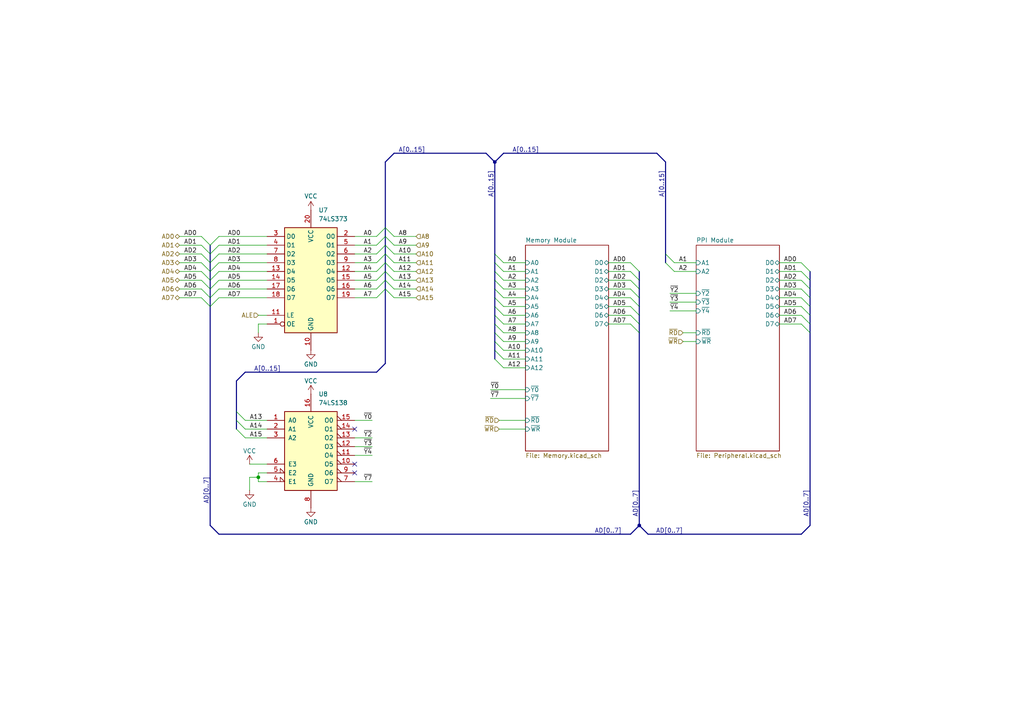
<source format=kicad_sch>
(kicad_sch (version 20231120) (generator "eeschema") (generator_version "8.0")
  (paper "A4")
  (lib_symbols
    (symbol "74xx:74LS138" (pin_names (offset 1.016))
      (property "Reference" "U" (at -7.62 11.43 0))
      (property "Value" "74LS138" (at -7.62 -13.97 0))
      (symbol "74LS138_1_0"
        (pin input line (at -12.7 7.62 0) (length 5.08) (name "A0") (number "1"))
        (pin output output_low (at 12.7 -5.08 180) (length 5.08) (name "O5") (number "10"))
        (pin output output_low (at 12.7 -2.54 180) (length 5.08) (name "O4") (number "11"))
        (pin output output_low (at 12.7 0 180) (length 5.08) (name "O3") (number "12"))
        (pin output output_low (at 12.7 2.54 180) (length 5.08) (name "O2") (number "13"))
        (pin output output_low (at 12.7 5.08 180) (length 5.08) (name "O1") (number "14"))
        (pin output output_low (at 12.7 7.62 180) (length 5.08) (name "O0") (number "15"))
        (pin power_in line (at 0 15.24 270) (length 5.08) (name "VCC") (number "16"))
        (pin input line (at -12.7 5.08 0) (length 5.08) (name "A1") (number "2"))
        (pin input line (at -12.7 2.54 0) (length 5.08) (name "A2") (number "3"))
        (pin input input_low (at -12.7 -10.16 0) (length 5.08) (name "E1") (number "4"))
        (pin input input_low (at -12.7 -7.62 0) (length 5.08) (name "E2") (number "5"))
        (pin input line (at -12.7 -5.08 0) (length 5.08) (name "E3") (number "6"))
        (pin output output_low (at 12.7 -10.16 180) (length 5.08) (name "O7") (number "7"))
        (pin power_in line (at 0 -17.78 90) (length 5.08) (name "GND") (number "8"))
        (pin output output_low (at 12.7 -7.62 180) (length 5.08) (name "O6") (number "9"))
      )
      (symbol "74LS138_1_1"
        (rectangle (start -7.62 10.16) (end 7.62 -12.7) (stroke (width 0.254)) (fill (type background)))
      )
    )
    (symbol "74xx:74LS373"
      (property "Reference" "U" (at -7.62 16.51 0))
      (property "Value" "74LS373" (at -7.62 -16.51 0))
      (symbol "74LS373_1_0"
        (pin input inverted (at -12.7 -12.7 0) (length 5.08) (name "OE") (number "1"))
        (pin power_in line (at 0 -20.32 90) (length 5.08) (name "GND") (number "10"))
        (pin input line (at -12.7 -10.16 0) (length 5.08) (name "LE") (number "11"))
        (pin tri_state line (at 12.7 2.54 180) (length 5.08) (name "O4") (number "12"))
        (pin input line (at -12.7 2.54 0) (length 5.08) (name "D4") (number "13"))
        (pin input line (at -12.7 0 0) (length 5.08) (name "D5") (number "14"))
        (pin tri_state line (at 12.7 0 180) (length 5.08) (name "O5") (number "15"))
        (pin tri_state line (at 12.7 -2.54 180) (length 5.08) (name "O6") (number "16"))
        (pin input line (at -12.7 -2.54 0) (length 5.08) (name "D6") (number "17"))
        (pin input line (at -12.7 -5.08 0) (length 5.08) (name "D7") (number "18"))
        (pin tri_state line (at 12.7 -5.08 180) (length 5.08) (name "O7") (number "19"))
        (pin tri_state line (at 12.7 12.7 180) (length 5.08) (name "O0") (number "2"))
        (pin power_in line (at 0 20.32 270) (length 5.08) (name "VCC") (number "20"))
        (pin input line (at -12.7 12.7 0) (length 5.08) (name "D0") (number "3"))
        (pin input line (at -12.7 10.16 0) (length 5.08) (name "D1") (number "4"))
        (pin tri_state line (at 12.7 10.16 180) (length 5.08) (name "O1") (number "5"))
        (pin tri_state line (at 12.7 7.62 180) (length 5.08) (name "O2") (number "6"))
        (pin input line (at -12.7 7.62 0) (length 5.08) (name "D2") (number "7"))
        (pin input line (at -12.7 5.08 0) (length 5.08) (name "D3") (number "8"))
        (pin tri_state line (at 12.7 5.08 180) (length 5.08) (name "O3") (number "9"))
      )
      (symbol "74LS373_1_1"
        (rectangle (start -7.62 15.24) (end 7.62 -15.24) (stroke (width 0.254)) (fill (type background)))
      )
    )
    (symbol "power:GND" (power) (pin_numbers hide) (pin_names (offset 0) hide)
      (property "Value" "GND" (at 0 -3.81 0))
      (symbol "GND_0_1"
        (polyline (pts (xy 0 0) (xy 0 -1.27) (xy 1.27 -1.27) (xy 0 -2.54) (xy -1.27 -1.27) (xy 0 -1.27)))
      )
      (symbol "GND_1_1"
        (pin power_in line (at 0 0 270) (length 0) (name "~") (number "1"))
      )
    )
    (symbol "power:VCC" (power) (pin_numbers hide) (pin_names (offset 0) hide)
      (property "Value" "VCC" (at 0 3.556 0))
      (symbol "VCC_0_1"
        (polyline (pts (xy -0.762 1.27) (xy 0 2.54)))
        (polyline (pts (xy 0 0) (xy 0 2.54)))
        (polyline (pts (xy 0 2.54) (xy 0.762 1.27)))
      )
      (symbol "VCC_1_1"
        (pin power_in line (at 0 0 90) (length 0) (name "~") (number "1"))
      )
    )
  )
  (junction (at 185.42 152.4))
  (junction (at 74.93 138.43))
  (junction (at 143.51 46.99))
  (no_connect (at 102.87 134.62))
  (no_connect (at 102.87 124.46))
  (no_connect (at 102.87 137.16))
  (bus_entry (at 146.05 81.28) (size -2.54 -2.54))
  (bus_entry (at 146.05 86.36) (size -2.54 -2.54))
  (bus_entry (at 195.58 76.2) (size -2.54 -2.54))
  (bus_entry (at 58.42 81.28) (size 2.54 2.54))
  (bus_entry (at 63.5 83.82) (size -2.54 2.54))
  (bus_entry (at 146.05 93.98) (size -2.54 -2.54))
  (bus_entry (at 58.42 78.74) (size 2.54 2.54))
  (bus_entry (at 232.41 78.74) (size 2.54 2.54))
  (bus_entry (at 63.5 78.74) (size -2.54 2.54))
  (bus_entry (at 146.05 99.06) (size -2.54 -2.54))
  (bus_entry (at 63.5 71.12) (size -2.54 2.54))
  (bus_entry (at 146.05 104.14) (size -2.54 -2.54))
  (bus_entry (at 71.12 127) (size -2.54 -2.54))
  (bus_entry (at 146.05 83.82) (size -2.54 -2.54))
  (bus_entry (at 109.22 76.2) (size 2.54 -2.54))
  (bus_entry (at 182.88 88.9) (size 2.54 2.54))
  (bus_entry (at 71.12 121.92) (size -2.54 -2.54))
  (bus_entry (at 195.58 78.74) (size -2.54 -2.54))
  (bus_entry (at 232.41 83.82) (size 2.54 2.54))
  (bus_entry (at 63.5 68.58) (size -2.54 2.54))
  (bus_entry (at 109.22 83.82) (size 2.54 -2.54))
  (bus_entry (at 114.3 83.82) (size -2.54 -2.54))
  (bus_entry (at 182.88 86.36) (size 2.54 2.54))
  (bus_entry (at 114.3 73.66) (size -2.54 -2.54))
  (bus_entry (at 114.3 71.12) (size -2.54 -2.54))
  (bus_entry (at 182.88 81.28) (size 2.54 2.54))
  (bus_entry (at 182.88 83.82) (size 2.54 2.54))
  (bus_entry (at 58.42 76.2) (size 2.54 2.54))
  (bus_entry (at 146.05 76.2) (size -2.54 -2.54))
  (bus_entry (at 114.3 78.74) (size -2.54 -2.54))
  (bus_entry (at 182.88 93.98) (size 2.54 2.54))
  (bus_entry (at 109.22 81.28) (size 2.54 -2.54))
  (bus_entry (at 109.22 73.66) (size 2.54 -2.54))
  (bus_entry (at 232.41 76.2) (size 2.54 2.54))
  (bus_entry (at 182.88 78.74) (size 2.54 2.54))
  (bus_entry (at 114.3 68.58) (size -2.54 -2.54))
  (bus_entry (at 114.3 86.36) (size -2.54 -2.54))
  (bus_entry (at 146.05 78.74) (size -2.54 -2.54))
  (bus_entry (at 109.22 71.12) (size 2.54 -2.54))
  (bus_entry (at 63.5 86.36) (size -2.54 2.54))
  (bus_entry (at 232.41 91.44) (size 2.54 2.54))
  (bus_entry (at 114.3 81.28) (size -2.54 -2.54))
  (bus_entry (at 109.22 68.58) (size 2.54 -2.54))
  (bus_entry (at 58.42 68.58) (size 2.54 2.54))
  (bus_entry (at 58.42 83.82) (size 2.54 2.54))
  (bus_entry (at 114.3 76.2) (size -2.54 -2.54))
  (bus_entry (at 146.05 96.52) (size -2.54 -2.54))
  (bus_entry (at 58.42 86.36) (size 2.54 2.54))
  (bus_entry (at 109.22 86.36) (size 2.54 -2.54))
  (bus_entry (at 182.88 91.44) (size 2.54 2.54))
  (bus_entry (at 63.5 76.2) (size -2.54 2.54))
  (bus_entry (at 182.88 76.2) (size 2.54 2.54))
  (bus_entry (at 58.42 73.66) (size 2.54 2.54))
  (bus_entry (at 63.5 81.28) (size -2.54 2.54))
  (bus_entry (at 232.41 93.98) (size 2.54 2.54))
  (bus_entry (at 58.42 71.12) (size 2.54 2.54))
  (bus_entry (at 146.05 88.9) (size -2.54 -2.54))
  (bus_entry (at 232.41 81.28) (size 2.54 2.54))
  (bus_entry (at 146.05 91.44) (size -2.54 -2.54))
  (bus_entry (at 146.05 106.68) (size -2.54 -2.54))
  (bus_entry (at 109.22 78.74) (size 2.54 -2.54))
  (bus_entry (at 232.41 88.9) (size 2.54 2.54))
  (bus_entry (at 146.05 101.6) (size -2.54 -2.54))
  (bus_entry (at 63.5 73.66) (size -2.54 2.54))
  (bus_entry (at 232.41 86.36) (size 2.54 2.54))
  (bus_entry (at 71.12 124.46) (size -2.54 -2.54))
  (wire (pts (xy 52.07 81.28) (xy 58.42 81.28)))
  (bus (pts (xy 143.51 93.98) (xy 143.51 91.44)))
  (wire (pts (xy 176.53 81.28) (xy 182.88 81.28)))
  (wire (pts (xy 146.05 81.28) (xy 152.4 81.28)))
  (wire (pts (xy 63.5 71.12) (xy 77.47 71.12)))
  (bus (pts (xy 68.58 110.49) (xy 68.58 119.38)))
  (bus (pts (xy 143.51 91.44) (xy 143.51 88.9)))
  (bus (pts (xy 190.5 44.45) (xy 193.04 46.99)))
  (bus (pts (xy 60.96 71.12) (xy 60.96 73.66)))
  (wire (pts (xy 195.58 76.2) (xy 201.93 76.2)))
  (wire (pts (xy 74.93 93.98) (xy 74.93 96.52)))
  (wire (pts (xy 176.53 91.44) (xy 182.88 91.44)))
  (bus (pts (xy 143.51 104.14) (xy 143.51 101.6)))
  (wire (pts (xy 146.05 76.2) (xy 152.4 76.2)))
  (bus (pts (xy 143.51 99.06) (xy 143.51 96.52)))
  (wire (pts (xy 72.39 134.62) (xy 77.47 134.62)))
  (bus (pts (xy 234.95 81.28) (xy 234.95 83.82)))
  (bus (pts (xy 234.95 88.9) (xy 234.95 91.44)))
  (bus (pts (xy 60.96 83.82) (xy 60.96 86.36)))
  (wire (pts (xy 114.3 68.58) (xy 120.65 68.58)))
  (wire (pts (xy 102.87 121.92) (xy 107.95 121.92)))
  (wire (pts (xy 63.5 78.74) (xy 77.47 78.74)))
  (bus (pts (xy 68.58 119.38) (xy 68.58 121.92)))
  (bus (pts (xy 143.51 86.36) (xy 143.51 83.82)))
  (wire (pts (xy 52.07 68.58) (xy 58.42 68.58)))
  (wire (pts (xy 102.87 83.82) (xy 109.22 83.82)))
  (wire (pts (xy 194.31 85.09) (xy 201.93 85.09)))
  (wire (pts (xy 146.05 83.82) (xy 152.4 83.82)))
  (wire (pts (xy 74.93 137.16) (xy 74.93 138.43)))
  (bus (pts (xy 60.96 73.66) (xy 60.96 76.2)))
  (bus (pts (xy 68.58 121.92) (xy 68.58 124.46)))
  (wire (pts (xy 176.53 78.74) (xy 182.88 78.74)))
  (bus (pts (xy 185.42 91.44) (xy 185.42 93.98)))
  (bus (pts (xy 111.76 71.12) (xy 111.76 73.66)))
  (bus (pts (xy 193.04 46.99) (xy 193.04 73.66)))
  (wire (pts (xy 71.12 124.46) (xy 77.47 124.46)))
  (bus (pts (xy 185.42 86.36) (xy 185.42 88.9)))
  (wire (pts (xy 72.39 138.43) (xy 74.93 138.43)))
  (bus (pts (xy 60.96 86.36) (xy 60.96 88.9)))
  (bus (pts (xy 234.95 91.44) (xy 234.95 93.98)))
  (bus (pts (xy 143.51 88.9) (xy 143.51 86.36)))
  (wire (pts (xy 176.53 83.82) (xy 182.88 83.82)))
  (bus (pts (xy 234.95 86.36) (xy 234.95 88.9)))
  (bus (pts (xy 111.76 76.2) (xy 111.76 78.74)))
  (wire (pts (xy 142.24 115.57) (xy 152.4 115.57)))
  (wire (pts (xy 146.05 93.98) (xy 152.4 93.98)))
  (wire (pts (xy 146.05 78.74) (xy 152.4 78.74)))
  (wire (pts (xy 226.06 88.9) (xy 232.41 88.9)))
  (bus (pts (xy 111.76 73.66) (xy 111.76 76.2)))
  (wire (pts (xy 74.93 93.98) (xy 77.47 93.98)))
  (wire (pts (xy 176.53 86.36) (xy 182.88 86.36)))
  (bus (pts (xy 234.95 93.98) (xy 234.95 96.52)))
  (wire (pts (xy 52.07 73.66) (xy 58.42 73.66)))
  (bus (pts (xy 143.51 76.2) (xy 143.51 73.66)))
  (bus (pts (xy 185.42 93.98) (xy 185.42 96.52)))
  (bus (pts (xy 143.51 76.2) (xy 143.51 78.74)))
  (wire (pts (xy 102.87 86.36) (xy 109.22 86.36)))
  (wire (pts (xy 114.3 78.74) (xy 120.65 78.74)))
  (wire (pts (xy 52.07 76.2) (xy 58.42 76.2)))
  (wire (pts (xy 102.87 78.74) (xy 109.22 78.74)))
  (wire (pts (xy 52.07 83.82) (xy 58.42 83.82)))
  (bus (pts (xy 143.51 96.52) (xy 143.51 93.98)))
  (bus (pts (xy 111.76 83.82) (xy 111.76 105.41)))
  (wire (pts (xy 226.06 78.74) (xy 232.41 78.74)))
  (wire (pts (xy 114.3 86.36) (xy 120.65 86.36)))
  (wire (pts (xy 198.12 96.52) (xy 201.93 96.52)))
  (bus (pts (xy 71.12 107.95) (xy 68.58 110.49)))
  (bus (pts (xy 111.76 68.58) (xy 111.76 71.12)))
  (wire (pts (xy 142.24 113.03) (xy 152.4 113.03)))
  (wire (pts (xy 71.12 121.92) (xy 77.47 121.92)))
  (wire (pts (xy 226.06 93.98) (xy 232.41 93.98)))
  (wire (pts (xy 114.3 76.2) (xy 120.65 76.2)))
  (wire (pts (xy 102.87 76.2) (xy 109.22 76.2)))
  (bus (pts (xy 63.5 154.94) (xy 60.96 152.4)))
  (wire (pts (xy 144.78 124.46) (xy 152.4 124.46)))
  (wire (pts (xy 52.07 86.36) (xy 58.42 86.36)))
  (bus (pts (xy 185.42 78.74) (xy 185.42 81.28)))
  (bus (pts (xy 140.97 44.45) (xy 143.51 46.99)))
  (wire (pts (xy 63.5 73.66) (xy 77.47 73.66)))
  (wire (pts (xy 102.87 127) (xy 107.95 127)))
  (wire (pts (xy 74.93 138.43) (xy 74.93 139.7)))
  (bus (pts (xy 111.76 66.04) (xy 111.76 68.58)))
  (bus (pts (xy 111.76 46.99) (xy 111.76 66.04)))
  (bus (pts (xy 109.22 107.95) (xy 71.12 107.95)))
  (wire (pts (xy 102.87 132.08) (xy 107.95 132.08)))
  (wire (pts (xy 114.3 73.66) (xy 120.65 73.66)))
  (bus (pts (xy 185.42 83.82) (xy 185.42 86.36)))
  (bus (pts (xy 143.51 46.99) (xy 146.05 44.45)))
  (wire (pts (xy 146.05 99.06) (xy 152.4 99.06)))
  (wire (pts (xy 102.87 73.66) (xy 109.22 73.66)))
  (bus (pts (xy 143.51 83.82) (xy 143.51 81.28)))
  (wire (pts (xy 146.05 86.36) (xy 152.4 86.36)))
  (wire (pts (xy 114.3 71.12) (xy 120.65 71.12)))
  (bus (pts (xy 185.42 81.28) (xy 185.42 83.82)))
  (bus (pts (xy 146.05 44.45) (xy 190.5 44.45)))
  (bus (pts (xy 143.51 46.99) (xy 143.51 73.66)))
  (wire (pts (xy 63.5 81.28) (xy 77.47 81.28)))
  (wire (pts (xy 72.39 138.43) (xy 72.39 142.24)))
  (wire (pts (xy 74.93 137.16) (xy 77.47 137.16)))
  (wire (pts (xy 74.93 139.7) (xy 77.47 139.7)))
  (wire (pts (xy 195.58 78.74) (xy 201.93 78.74)))
  (wire (pts (xy 144.78 121.92) (xy 152.4 121.92)))
  (wire (pts (xy 146.05 88.9) (xy 152.4 88.9)))
  (bus (pts (xy 185.42 152.4) (xy 187.96 154.94)))
  (bus (pts (xy 234.95 96.52) (xy 234.95 152.4)))
  (wire (pts (xy 146.05 106.68) (xy 152.4 106.68)))
  (wire (pts (xy 226.06 81.28) (xy 232.41 81.28)))
  (wire (pts (xy 102.87 129.54) (xy 107.95 129.54)))
  (bus (pts (xy 111.76 81.28) (xy 111.76 83.82)))
  (bus (pts (xy 234.95 83.82) (xy 234.95 86.36)))
  (wire (pts (xy 146.05 96.52) (xy 152.4 96.52)))
  (wire (pts (xy 52.07 71.12) (xy 58.42 71.12)))
  (wire (pts (xy 176.53 76.2) (xy 182.88 76.2)))
  (bus (pts (xy 185.42 88.9) (xy 185.42 91.44)))
  (bus (pts (xy 60.96 76.2) (xy 60.96 78.74)))
  (wire (pts (xy 146.05 104.14) (xy 152.4 104.14)))
  (wire (pts (xy 226.06 76.2) (xy 232.41 76.2)))
  (bus (pts (xy 60.96 81.28) (xy 60.96 83.82)))
  (wire (pts (xy 71.12 127) (xy 77.47 127)))
  (wire (pts (xy 102.87 139.7) (xy 107.95 139.7)))
  (bus (pts (xy 185.42 152.4) (xy 182.88 154.94)))
  (bus (pts (xy 143.51 81.28) (xy 143.51 78.74)))
  (wire (pts (xy 63.5 83.82) (xy 77.47 83.82)))
  (bus (pts (xy 185.42 96.52) (xy 185.42 152.4)))
  (bus (pts (xy 232.41 154.94) (xy 234.95 152.4)))
  (wire (pts (xy 102.87 81.28) (xy 109.22 81.28)))
  (wire (pts (xy 226.06 91.44) (xy 232.41 91.44)))
  (bus (pts (xy 111.76 105.41) (xy 109.22 107.95)))
  (wire (pts (xy 114.3 83.82) (xy 120.65 83.82)))
  (wire (pts (xy 102.87 71.12) (xy 109.22 71.12)))
  (wire (pts (xy 63.5 86.36) (xy 77.47 86.36)))
  (bus (pts (xy 111.76 78.74) (xy 111.76 81.28)))
  (bus (pts (xy 193.04 73.66) (xy 193.04 76.2)))
  (wire (pts (xy 114.3 81.28) (xy 120.65 81.28)))
  (wire (pts (xy 194.31 87.63) (xy 201.93 87.63)))
  (bus (pts (xy 63.5 154.94) (xy 182.88 154.94)))
  (wire (pts (xy 74.93 91.44) (xy 77.47 91.44)))
  (wire (pts (xy 176.53 93.98) (xy 182.88 93.98)))
  (bus (pts (xy 234.95 78.74) (xy 234.95 81.28)))
  (wire (pts (xy 194.31 90.17) (xy 201.93 90.17)))
  (wire (pts (xy 52.07 78.74) (xy 58.42 78.74)))
  (wire (pts (xy 226.06 83.82) (xy 232.41 83.82)))
  (wire (pts (xy 146.05 101.6) (xy 152.4 101.6)))
  (bus (pts (xy 143.51 99.06) (xy 143.51 101.6)))
  (wire (pts (xy 63.5 76.2) (xy 77.47 76.2)))
  (wire (pts (xy 198.12 99.06) (xy 201.93 99.06)))
  (bus (pts (xy 187.96 154.94) (xy 232.41 154.94)))
  (wire (pts (xy 226.06 86.36) (xy 232.41 86.36)))
  (bus (pts (xy 60.96 88.9) (xy 60.96 152.4)))
  (bus (pts (xy 111.76 46.99) (xy 114.3 44.45)))
  (wire (pts (xy 63.5 68.58) (xy 77.47 68.58)))
  (wire (pts (xy 176.53 88.9) (xy 182.88 88.9)))
  (wire (pts (xy 146.05 91.44) (xy 152.4 91.44)))
  (wire (pts (xy 102.87 68.58) (xy 109.22 68.58)))
  (bus (pts (xy 60.96 78.74) (xy 60.96 81.28)))
  (bus (pts (xy 114.3 44.45) (xy 140.97 44.45)))
  (label "AD1" (at 227.33 78.74 0))
  (label "A[0..15]" (at 148.59 44.45 0))
  (label "A2" (at 147.32 81.28 0))
  (label "A6" (at 147.32 91.44 0))
  (label "A7" (at 105.41 86.36 0))
  (label "AD1" (at 177.8 78.74 0))
  (label "A11" (at 147.32 104.14 0))
  (label "A1" (at 105.41 71.12 0))
  (label "AD4" (at 66.04 78.74 0))
  (label "AD4" (at 227.33 86.36 0))
  (label "A[0..15]" (at 143.51 57.15 90))
  (label "AD6" (at 53.34 83.82 0))
  (label "A9" (at 147.32 99.06 0))
  (label "A[0..15]" (at 73.66 107.95 0))
  (label "A[0..15]" (at 115.57 44.45 0))
  (label "A9" (at 115.57 71.12 0))
  (label "A8" (at 115.57 68.58 0))
  (label "AD7" (at 177.8 93.98 0))
  (label "A14" (at 115.57 83.82 0))
  (label "A14" (at 72.39 124.46 0))
  (label "A4" (at 147.32 86.36 0))
  (label "A15" (at 115.57 86.36 0))
  (label "A12" (at 115.57 78.74 0))
  (label "~{Y3}" (at 194.31 87.63 0))
  (label "A15" (at 72.39 127 0))
  (label "A0" (at 105.41 68.58 0))
  (label "A1" (at 147.32 78.74 0))
  (label "AD5" (at 66.04 81.28 0))
  (label "AD[0..7]" (at 185.42 149.86 90))
  (label "AD3" (at 66.04 76.2 0))
  (label "A12" (at 147.32 106.68 0))
  (label "A3" (at 147.32 83.82 0))
  (label "A13" (at 72.39 121.92 0))
  (label "~{Y4}" (at 194.31 90.17 0))
  (label "AD[0..7]" (at 198.12 154.94 180))
  (label "AD1" (at 66.04 71.12 0))
  (label "~{Y3}" (at 107.95 129.54 180))
  (label "AD0" (at 177.8 76.2 0))
  (label "AD7" (at 66.04 86.36 0))
  (label "AD6" (at 177.8 91.44 0))
  (label "AD[0..7]" (at 180.34 154.94 180))
  (label "~{Y2}" (at 194.31 85.09 0))
  (label "A11" (at 115.57 76.2 0))
  (label "A8" (at 147.32 96.52 0))
  (label "A0" (at 147.32 76.2 0))
  (label "AD0" (at 53.34 68.58 0))
  (label "A10" (at 147.32 101.6 0))
  (label "AD5" (at 53.34 81.28 0))
  (label "A1" (at 196.85 76.2 0))
  (label "AD5" (at 227.33 88.9 0))
  (label "AD0" (at 227.33 76.2 0))
  (label "AD7" (at 53.34 86.36 0))
  (label "AD0" (at 66.04 68.58 0))
  (label "AD7" (at 227.33 93.98 0))
  (label "~{Y0}" (at 142.24 113.03 0))
  (label "A10" (at 115.57 73.66 0))
  (label "AD2" (at 66.04 73.66 0))
  (label "AD4" (at 177.8 86.36 0))
  (label "AD2" (at 227.33 81.28 0))
  (label "AD3" (at 227.33 83.82 0))
  (label "AD2" (at 177.8 81.28 0))
  (label "~{Y7}" (at 142.24 115.57 0))
  (label "AD5" (at 177.8 88.9 0))
  (label "AD2" (at 53.34 73.66 0))
  (label "~{Y4}" (at 107.95 132.08 180))
  (label "AD6" (at 227.33 91.44 0))
  (label "A4" (at 105.41 78.74 0))
  (label "A[0..15]" (at 193.04 57.15 90))
  (label "A2" (at 105.41 73.66 0))
  (label "~{Y7}" (at 107.95 139.7 180))
  (label "A5" (at 147.32 88.9 0))
  (label "A2" (at 196.85 78.74 0))
  (label "~{Y2}" (at 107.95 127 180))
  (label "A6" (at 105.41 83.82 0))
  (label "AD3" (at 53.34 76.2 0))
  (label "AD4" (at 53.34 78.74 0))
  (label "A7" (at 147.32 93.98 0))
  (label "A3" (at 105.41 76.2 0))
  (label "AD6" (at 66.04 83.82 0))
  (label "AD3" (at 177.8 83.82 0))
  (label "~{Y0}" (at 107.95 121.92 180))
  (label "A5" (at 105.41 81.28 0))
  (label "AD[0..7]" (at 60.96 146.05 90))
  (label "A13" (at 115.57 81.28 0))
  (label "AD1" (at 53.34 71.12 0))
  (label "AD[0..7]" (at 234.95 149.86 90))
  (hierarchical_label "~{WR}" (shape input) (at 144.78 124.46 180))
  (hierarchical_label "A11" (shape input) (at 120.65 76.2 0))
  (hierarchical_label "AD5" (shape bidirectional) (at 52.07 81.28 180))
  (hierarchical_label "~{RD}" (shape input) (at 198.12 96.52 180))
  (hierarchical_label "AD4" (shape bidirectional) (at 52.07 78.74 180))
  (hierarchical_label "AD0" (shape bidirectional) (at 52.07 68.58 180))
  (hierarchical_label "A14" (shape input) (at 120.65 83.82 0))
  (hierarchical_label "A10" (shape input) (at 120.65 73.66 0))
  (hierarchical_label "A12" (shape input) (at 120.65 78.74 0))
  (hierarchical_label "A9" (shape input) (at 120.65 71.12 0))
  (hierarchical_label "A8" (shape input) (at 120.65 68.58 0))
  (hierarchical_label "AD3" (shape bidirectional) (at 52.07 76.2 180))
  (hierarchical_label "AD1" (shape bidirectional) (at 52.07 71.12 180))
  (hierarchical_label "~{RD}" (shape input) (at 144.78 121.92 180))
  (hierarchical_label "~{WR}" (shape input) (at 198.12 99.06 180))
  (hierarchical_label "AD6" (shape bidirectional) (at 52.07 83.82 180))
  (hierarchical_label "A13" (shape input) (at 120.65 81.28 0))
  (hierarchical_label "AD7" (shape bidirectional) (at 52.07 86.36 180))
  (hierarchical_label "A15" (shape input) (at 120.65 86.36 0))
  (hierarchical_label "ALE" (shape input) (at 74.93 91.44 180))
  (hierarchical_label "AD2" (shape bidirectional) (at 52.07 73.66 180))
  (symbol (lib_id "74xx:74LS138") (at 90.17 129.54 0) (unit 1)
    (property "Reference" "U8" (at 92.3641 114.3 0) (effects (justify left)))
    (property "Value" "74LS138" (at 92.3641 116.84 0) (effects (justify left)))
    (property "Datasheet" "http://www.ti.com/lit/gpn/sn74LS138" (effects (hide yes)))
    (property "Description" "Decoder 3 to 8 active low outputs" (effects (hide yes)))
  )
  (symbol (lib_id "power:VCC") (at 72.39 134.62 0) (unit 1)
    (property "Reference" "#PWR019" (effects (hide yes)))
    (property "Value" "VCC" (at 72.39 130.81 0))
    (property "Description" "Power symbol creates a global label with name \"VCC\"" (effects (hide yes)))
  )
  (symbol (lib_id "power:GND") (at 72.39 142.24 0) (unit 1)
    (property "Reference" "#PWR018" (effects (hide yes)))
    (property "Value" "GND" (at 72.39 146.304 0))
    (property "Description" "Power symbol creates a global label with name \"GND\" , ground" (effects (hide yes)))
  )
  (symbol (lib_id "power:GND") (at 90.17 101.6 0) (unit 1)
    (property "Reference" "#PWR012" (effects (hide yes)))
    (property "Value" "GND" (at 90.17 105.664 0))
    (property "Description" "Power symbol creates a global label with name \"GND\" , ground" (effects (hide yes)))
  )
  (symbol (lib_id "74xx:74LS373") (at 90.17 81.28 0) (unit 1)
    (property "Reference" "U7" (at 92.3641 60.96 0) (effects (justify left)))
    (property "Value" "74LS373" (at 92.3641 63.5 0) (effects (justify left)))
    (property "Datasheet" "http://www.ti.com/lit/gpn/sn74LS373" (effects (hide yes)))
    (property "Description" "8-bit Latch, 3-state outputs" (effects (hide yes)))
  )
  (symbol (lib_id "power:VCC") (at 90.17 114.3 0) (unit 1)
    (property "Reference" "#PWR015" (effects (hide yes)))
    (property "Value" "VCC" (at 90.17 110.49 0))
    (property "Description" "Power symbol creates a global label with name \"VCC\"" (effects (hide yes)))
  )
  (symbol (lib_id "power:VCC") (at 90.17 60.96 0) (unit 1)
    (property "Reference" "#PWR014" (effects (hide yes)))
    (property "Value" "VCC" (at 90.17 56.896 0))
    (property "Description" "Power symbol creates a global label with name \"VCC\"" (effects (hide yes)))
  )
  (symbol (lib_id "power:GND") (at 90.17 147.32 0) (unit 1)
    (property "Reference" "#PWR013" (effects (hide yes)))
    (property "Value" "GND" (at 90.17 151.384 0))
    (property "Description" "Power symbol creates a global label with name \"GND\" , ground" (effects (hide yes)))
  )
  (symbol (lib_id "power:GND") (at 74.93 96.52 0) (unit 1)
    (property "Reference" "#PWR020" (effects (hide yes)))
    (property "Value" "GND" (at 74.93 100.584 0))
    (property "Description" "Power symbol creates a global label with name \"GND\" , ground" (effects (hide yes)))
  )
  (sheet (at 201.93 71.12) (size 24.13 59.69) (stroke (width 0.1524))
    (property "Sheetname" "PPI Module" (at 201.93 70.4084 0) (effects (justify left bottom)))
    (property "Sheetfile" "Peripheral.kicad_sch" (at 201.93 131.3946 0) (effects (justify left top)))
    (pin "D4" bidirectional (at 226.06 86.36 0))
    (pin "D6" bidirectional (at 226.06 91.44 0))
    (pin "D7" bidirectional (at 226.06 93.98 0))
    (pin "D5" bidirectional (at 226.06 88.9 0))
    (pin "D3" bidirectional (at 226.06 83.82 0))
    (pin "D0" bidirectional (at 226.06 76.2 0))
    (pin "D1" bidirectional (at 226.06 78.74 0))
    (pin "D2" bidirectional (at 226.06 81.28 0))
    (pin "A1" input (at 201.93 76.2 180))
    (pin "A2" input (at 201.93 78.74 180))
    (pin "~{Y2}" input (at 201.93 85.09 180))
    (pin "~{RD}" input (at 201.93 96.52 180))
    (pin "~{WR}" input (at 201.93 99.06 180))
    (pin "~{Y3}" input (at 201.93 87.63 180))
    (pin "~{Y4}" input (at 201.93 90.17 180))
  )
  (sheet (at 152.4 71.12) (size 24.13 59.69) (stroke (width 0.1524))
    (property "Sheetname" "Memory Module" (at 152.4 70.4084 0) (effects (justify left bottom)))
    (property "Sheetfile" "Memory.kicad_sch" (at 152.4 131.3946 0) (effects (justify left top)))
    (pin "~{Y0}" input (at 152.4 113.03 180))
    (pin "~{RD}" input (at 152.4 121.92 180))
    (pin "A3" input (at 152.4 83.82 180))
    (pin "A2" input (at 152.4 81.28 180))
    (pin "A4" input (at 152.4 86.36 180))
    (pin "A1" input (at 152.4 78.74 180))
    (pin "A5" input (at 152.4 88.9 180))
    (pin "A0" input (at 152.4 76.2 180))
    (pin "A6" input (at 152.4 91.44 180))
    (pin "A8" input (at 152.4 96.52 180))
    (pin "A9" input (at 152.4 99.06 180))
    (pin "A7" input (at 152.4 93.98 180))
    (pin "A10" input (at 152.4 101.6 180))
    (pin "A11" input (at 152.4 104.14 180))
    (pin "A12" input (at 152.4 106.68 180))
    (pin "D2" bidirectional (at 176.53 81.28 0))
    (pin "D0" bidirectional (at 176.53 76.2 0))
    (pin "D1" bidirectional (at 176.53 78.74 0))
    (pin "D3" bidirectional (at 176.53 83.82 0))
    (pin "D6" bidirectional (at 176.53 91.44 0))
    (pin "D7" bidirectional (at 176.53 93.98 0))
    (pin "D4" bidirectional (at 176.53 86.36 0))
    (pin "D5" bidirectional (at 176.53 88.9 0))
    (pin "~{Y7}" input (at 152.4 115.57 180))
    (pin "~{WR}" input (at 152.4 124.46 180))
  )
)
</source>
